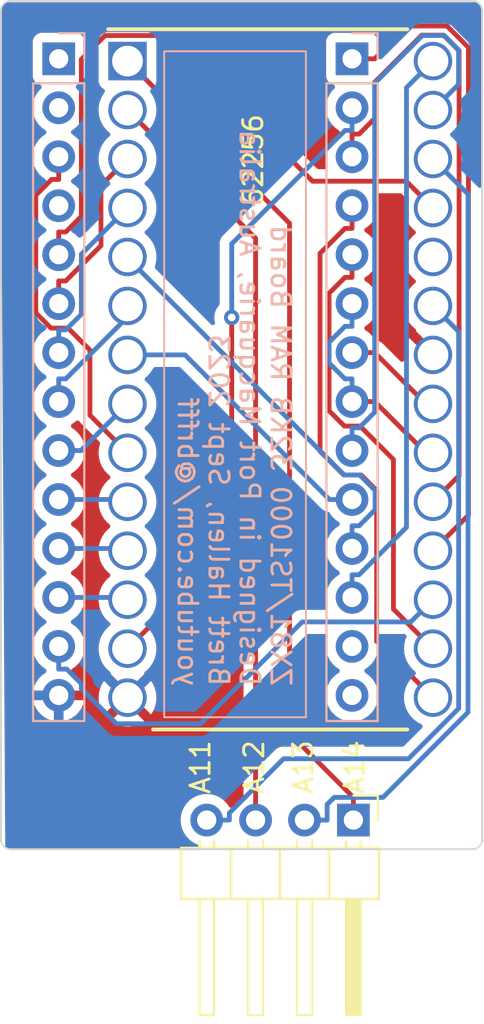
<source format=kicad_pcb>
(kicad_pcb (version 20221018) (generator pcbnew)
  (layers (0 "F.Cu" signal) (31 "B.Cu" signal) (34 "B.Paste" user) (35 "F.Paste" user) (36 "B.SilkS" user "B.Silkscreen") (37 "F.SilkS" user "F.Silkscreen") (38 "B.Mask" user) (39 "F.Mask" user) (44 "Edge.Cuts" user))
  (net 0 "")
  (net 1 "/A05")
  (net 2 "/A06")
  (net 3 "/A07")
  (net 4 "/A08")
  (net 5 "/A09")
  (net 6 "/A10")
  (net 7 "/A11")
  (net 8 "/A12")
  (net 9 "/A13")
  (net 10 "/A14")
  (net 11 "/D0")
  (net 12 "/D1")
  (net 13 "/D2")
  (net 14 "/GND")
  (net 15 "/D3")
  (net 16 "/D4")
  (net 17 "/D5")
  (net 18 "/D6")
  (net 19 "/D7")
  (net 20 "/~{RAMCS}")
  (net 21 "/A00")
  (net 22 "/A01")
  (net 23 "/A02")
  (net 24 "/A03")
  (net 25 "/A04")
  (net 26 "/~{WR}")
  (net 27 "/+5V")
  (footprint "CluelessEngineer:DIP1587W140P254L3632H381Q28N" (layer "F.Cu") (at 155.509 71.628)
    (fp_text reference "IC1" hide)
    (fp_text value "CY62256NLL-55SNXI" hide)
    (fp_line (start -8.934 -18.161) (end 6.604 -18.161) (stroke (width 0.2)) (layer "F.SilkS"))
    (fp_line (start -6.604 18.161) (end 6.604 18.161) (stroke (width 0.2)) (layer "F.SilkS"))
    (pad "1" thru_hole rect (at -7.935 -16.51) (size 1.997 1.997) (drill 1.597) (layers "*.Cu" "*.Mask") (net 10 "/A14"))
    (pad "2" thru_hole circle (at -7.935 -13.97) (size 1.997 1.997) (drill 1.597) (layers "*.Cu" "*.Mask") (net 8 "/A12"))
    (pad "3" thru_hole circle (at -7.935 -11.43) (size 1.997 1.997) (drill 1.597) (layers "*.Cu" "*.Mask") (net 3 "/A07"))
    (pad "4" thru_hole circle (at -7.935 -8.89) (size 1.997 1.997) (drill 1.597) (layers "*.Cu" "*.Mask") (net 2 "/A06"))
    (pad "5" thru_hole circle (at -7.935 -6.35) (size 1.997 1.997) (drill 1.597) (layers "*.Cu" "*.Mask") (net 1 "/A05"))
    (pad "6" thru_hole circle (at -7.935 -3.81) (size 1.997 1.997) (drill 1.597) (layers "*.Cu" "*.Mask") (net 25 "/A04"))
    (pad "7" thru_hole circle (at -7.935 -1.27) (size 1.997 1.997) (drill 1.597) (layers "*.Cu" "*.Mask") (net 24 "/A03"))
    (pad "8" thru_hole circle (at -7.935 1.27) (size 1.997 1.997) (drill 1.597) (layers "*.Cu" "*.Mask") (net 23 "/A02"))
    (pad "9" thru_hole circle (at -7.935 3.81) (size 1.997 1.997) (drill 1.597) (layers "*.Cu" "*.Mask") (net 22 "/A01"))
    (pad "10" thru_hole circle (at -7.935 6.35) (size 1.997 1.997) (drill 1.597) (layers "*.Cu" "*.Mask") (net 21 "/A00"))
    (pad "11" thru_hole circle (at -7.935 8.89) (size 1.997 1.997) (drill 1.597) (layers "*.Cu" "*.Mask") (net 11 "/D0"))
    (pad "12" thru_hole circle (at -7.935 11.43) (size 1.997 1.997) (drill 1.597) (layers "*.Cu" "*.Mask") (net 12 "/D1"))
    (pad "13" thru_hole circle (at -7.935 13.97) (size 1.997 1.997) (drill 1.597) (layers "*.Cu" "*.Mask") (net 13 "/D2"))
    (pad "14" thru_hole circle (at -7.935 16.51) (size 1.997 1.997) (drill 1.597) (layers "*.Cu" "*.Mask") (net 14 "/GND"))
    (pad "15" thru_hole circle (at 7.935 16.51) (size 1.997 1.997) (drill 1.597) (layers "*.Cu" "*.Mask") (net 15 "/D3"))
    (pad "16" thru_hole circle (at 7.935 13.97) (size 1.997 1.997) (drill 1.597) (layers "*.Cu" "*.Mask") (net 16 "/D4"))
    (pad "17" thru_hole circle (at 7.935 11.43) (size 1.997 1.997) (drill 1.597) (layers "*.Cu" "*.Mask") (net 17 "/D5"))
    (pad "18" thru_hole circle (at 7.935 8.89) (size 1.997 1.997) (drill 1.597) (layers "*.Cu" "*.Mask") (net 18 "/D6"))
    (pad "19" thru_hole circle (at 7.935 6.35) (size 1.997 1.997) (drill 1.597) (layers "*.Cu" "*.Mask") (net 19 "/D7"))
    (pad "20" thru_hole circle (at 7.935 3.81) (size 1.997 1.997) (drill 1.597) (layers "*.Cu" "*.Mask") (net 20 "/~{RAMCS}"))
    (pad "21" thru_hole circle (at 7.935 1.27) (size 1.997 1.997) (drill 1.597) (layers "*.Cu" "*.Mask") (net 6 "/A10"))
    (pad "22" thru_hole circle (at 7.935 -1.27) (size 1.997 1.997) (drill 1.597) (layers "*.Cu" "*.Mask") (net 14 "/GND"))
    (pad "23" thru_hole circle (at 7.935 -3.81) (size 1.997 1.997) (drill 1.597) (layers "*.Cu" "*.Mask") (net 7 "/A11"))
    (pad "24" thru_hole circle (at 7.935 -6.35) (size 1.997 1.997) (drill 1.597) (layers "*.Cu" "*.Mask") (net 5 "/A09"))
    (pad "25" thru_hole circle (at 7.935 -8.89) (size 1.997 1.997) (drill 1.597) (layers "*.Cu" "*.Mask") (net 4 "/A08"))
    (pad "26" thru_hole circle (at 7.935 -11.43) (size 1.997 1.997) (drill 1.597) (layers "*.Cu" "*.Mask") (net 9 "/A13"))
    (pad "27" thru_hole circle (at 7.935 -13.97) (size 1.997 1.997) (drill 1.597) (layers "*.Cu" "*.Mask") (net 26 "/~{WR}"))
    (pad "28" thru_hole circle (at 7.935 -16.51) (size 1.997 1.997) (drill 1.597) (layers "*.Cu" "*.Mask") (net 27 "/+5V"))
  )
  (footprint "Connector_PinHeader_2.54mm:PinHeader_1x04_P2.54mm_Horizontal" (layer "F.Cu") (at 159.309 94.488 -90)
    (fp_text reference "J3" hide)
    (fp_text value "Conn_01x04_Pin" hide)
    (fp_line (start -1.27 -1.27) (end 0 -1.27) (stroke (width 0.12)) (layer "F.SilkS"))
    (fp_line (start -1.27 0) (end -1.27 -1.27) (stroke (width 0.12)) (layer "F.SilkS"))
    (fp_line (start 1.042929 2.16) (end 1.44 2.16) (stroke (width 0.12)) (layer "F.SilkS"))
    (fp_line (start 1.042929 2.92) (end 1.44 2.92) (stroke (width 0.12)) (layer "F.SilkS"))
    (fp_line (start 1.042929 4.7) (end 1.44 4.7) (stroke (width 0.12)) (layer "F.SilkS"))
    (fp_line (start 1.042929 5.46) (end 1.44 5.46) (stroke (width 0.12)) (layer "F.SilkS"))
    (fp_line (start 1.042929 7.24) (end 1.44 7.24) (stroke (width 0.12)) (layer "F.SilkS"))
    (fp_line (start 1.042929 8) (end 1.44 8) (stroke (width 0.12)) (layer "F.SilkS"))
    (fp_line (start 1.11 -0.38) (end 1.44 -0.38) (stroke (width 0.12)) (layer "F.SilkS"))
    (fp_line (start 1.11 0.38) (end 1.44 0.38) (stroke (width 0.12)) (layer "F.SilkS"))
    (fp_line (start 1.44 -1.33) (end 1.44 8.95) (stroke (width 0.12)) (layer "F.SilkS"))
    (fp_line (start 1.44 1.27) (end 4.1 1.27) (stroke (width 0.12)) (layer "F.SilkS"))
    (fp_line (start 1.44 3.81) (end 4.1 3.81) (stroke (width 0.12)) (layer "F.SilkS"))
    (fp_line (start 1.44 6.35) (end 4.1 6.35) (stroke (width 0.12)) (layer "F.SilkS"))
    (fp_line (start 1.44 8.95) (end 4.1 8.95) (stroke (width 0.12)) (layer "F.SilkS"))
    (fp_line (start 4.1 -1.33) (end 1.44 -1.33) (stroke (width 0.12)) (layer "F.SilkS"))
    (fp_line (start 4.1 -0.38) (end 10.1 -0.38) (stroke (width 0.12)) (layer "F.SilkS"))
    (fp_line (start 4.1 -0.32) (end 10.1 -0.32) (stroke (width 0.12)) (layer "F.SilkS"))
    (fp_line (start 4.1 -0.2) (end 10.1 -0.2) (stroke (width 0.12)) (layer "F.SilkS"))
    (fp_line (start 4.1 -0.08) (end 10.1 -0.08) (stroke (width 0.12)) (layer "F.SilkS"))
    (fp_line (start 4.1 0.04) (end 10.1 0.04) (stroke (width 0.12)) (layer "F.SilkS"))
    (fp_line (start 4.1 0.16) (end 10.1 0.16) (stroke (width 0.12)) (layer "F.SilkS"))
    (fp_line (start 4.1 0.28) (end 10.1 0.28) (stroke (width 0.12)) (layer "F.SilkS"))
    (fp_line (start 4.1 2.16) (end 10.1 2.16) (stroke (width 0.12)) (layer "F.SilkS"))
    (fp_line (start 4.1 4.7) (end 10.1 4.7) (stroke (width 0.12)) (layer "F.SilkS"))
    (fp_line (start 4.1 7.24) (end 10.1 7.24) (stroke (width 0.12)) (layer "F.SilkS"))
    (fp_line (start 4.1 8.95) (end 4.1 -1.33) (stroke (width 0.12)) (layer "F.SilkS"))
    (fp_line (start 10.1 -0.38) (end 10.1 0.38) (stroke (width 0.12)) (layer "F.SilkS"))
    (fp_line (start 10.1 0.38) (end 4.1 0.38) (stroke (width 0.12)) (layer "F.SilkS"))
    (fp_line (start 10.1 2.16) (end 10.1 2.92) (stroke (width 0.12)) (layer "F.SilkS"))
    (fp_line (start 10.1 2.92) (end 4.1 2.92) (stroke (width 0.12)) (layer "F.SilkS"))
    (fp_line (start 10.1 4.7) (end 10.1 5.46) (stroke (width 0.12)) (layer "F.SilkS"))
    (fp_line (start 10.1 5.46) (end 4.1 5.46) (stroke (width 0.12)) (layer "F.SilkS"))
    (fp_line (start 10.1 7.24) (end 10.1 8) (stroke (width 0.12)) (layer "F.SilkS"))
    (fp_line (start 10.1 8) (end 4.1 8) (stroke (width 0.12)) (layer "F.SilkS"))
    (pad "1" thru_hole rect (at 0 0 270) (size 1.7 1.7) (drill 1) (layers "*.Cu" "*.Mask") (net 10 "/A14"))
    (pad "2" thru_hole oval (at 0 2.54 270) (size 1.7 1.7) (drill 1) (layers "*.Cu" "*.Mask") (net 9 "/A13"))
    (pad "3" thru_hole oval (at 0 5.08 270) (size 1.7 1.7) (drill 1) (layers "*.Cu" "*.Mask") (net 8 "/A12"))
    (pad "4" thru_hole oval (at 0 7.62 270) (size 1.7 1.7) (drill 1) (layers "*.Cu" "*.Mask") (net 7 "/A11"))
  )
  (footprint "Connector_PinHeader_2.54mm:PinHeader_1x14_P2.54mm_Vertical" (layer "B.Cu") (at 144 55 180)
    (fp_text reference "J1" hide)
    (fp_text value "Conn_01x14_Pin" hide)
    (fp_line (start -1.33 -34.35) (end 1.33 -34.35) (stroke (width 0.12)) (layer "B.SilkS"))
    (fp_line (start -1.33 -1.27) (end -1.33 -34.35) (stroke (width 0.12)) (layer "B.SilkS"))
    (fp_line (start -1.33 -1.27) (end 1.33 -1.27) (stroke (width 0.12)) (layer "B.SilkS"))
    (fp_line (start -1.33 0) (end -1.33 1.33) (stroke (width 0.12)) (layer "B.SilkS"))
    (fp_line (start -1.33 1.33) (end 0 1.33) (stroke (width 0.12)) (layer "B.SilkS"))
    (fp_line (start 1.33 -1.27) (end 1.33 -34.35) (stroke (width 0.12)) (layer "B.SilkS"))
    (pad "1" thru_hole rect (at 0 0 180) (size 1.7 1.7) (drill 1) (layers "*.Cu" "*.Mask"))
    (pad "2" thru_hole oval (at 0 -2.54 180) (size 1.7 1.7) (drill 1) (layers "*.Cu" "*.Mask"))
    (pad "3" thru_hole oval (at 0 -5.08 180) (size 1.7 1.7) (drill 1) (layers "*.Cu" "*.Mask") (net 22 "/A01"))
    (pad "4" thru_hole oval (at 0 -7.62 180) (size 1.7 1.7) (drill 1) (layers "*.Cu" "*.Mask") (net 5 "/A09"))
    (pad "5" thru_hole oval (at 0 -10.16 180) (size 1.7 1.7) (drill 1) (layers "*.Cu" "*.Mask") (net 4 "/A08"))
    (pad "6" thru_hole oval (at 0 -12.7 180) (size 1.7 1.7) (drill 1) (layers "*.Cu" "*.Mask") (net 3 "/A07"))
    (pad "7" thru_hole oval (at 0 -15.24 180) (size 1.7 1.7) (drill 1) (layers "*.Cu" "*.Mask") (net 2 "/A06"))
    (pad "8" thru_hole oval (at 0 -17.78 180) (size 1.7 1.7) (drill 1) (layers "*.Cu" "*.Mask") (net 25 "/A04"))
    (pad "9" thru_hole oval (at 0 -20.32 180) (size 1.7 1.7) (drill 1) (layers "*.Cu" "*.Mask") (net 23 "/A02"))
    (pad "10" thru_hole oval (at 0 -22.86 180) (size 1.7 1.7) (drill 1) (layers "*.Cu" "*.Mask") (net 21 "/A00"))
    (pad "11" thru_hole oval (at 0 -25.4 180) (size 1.7 1.7) (drill 1) (layers "*.Cu" "*.Mask") (net 11 "/D0"))
    (pad "12" thru_hole oval (at 0 -27.94 180) (size 1.7 1.7) (drill 1) (layers "*.Cu" "*.Mask") (net 12 "/D1"))
    (pad "13" thru_hole oval (at 0 -30.48 180) (size 1.7 1.7) (drill 1) (layers "*.Cu" "*.Mask") (net 17 "/D5"))
    (pad "14" thru_hole oval (at 0 -33.02 180) (size 1.7 1.7) (drill 1) (layers "*.Cu" "*.Mask") (net 14 "/GND"))
  )
  (footprint "Connector_PinHeader_2.54mm:PinHeader_1x14_P2.54mm_Vertical" (layer "B.Cu") (at 159.24 55 180)
    (fp_text reference "J2" hide)
    (fp_text value "Conn_01x14_Pin" hide)
    (fp_line (start -1.33 -34.35) (end 1.33 -34.35) (stroke (width 0.12)) (layer "B.SilkS"))
    (fp_line (start -1.33 -1.27) (end -1.33 -34.35) (stroke (width 0.12)) (layer "B.SilkS"))
    (fp_line (start -1.33 -1.27) (end 1.33 -1.27) (stroke (width 0.12)) (layer "B.SilkS"))
    (fp_line (start -1.33 0) (end -1.33 1.33) (stroke (width 0.12)) (layer "B.SilkS"))
    (fp_line (start -1.33 1.33) (end 0 1.33) (stroke (width 0.12)) (layer "B.SilkS"))
    (fp_line (start 1.33 -1.27) (end 1.33 -34.35) (stroke (width 0.12)) (layer "B.SilkS"))
    (pad "1" thru_hole rect (at 0 0 180) (size 1.7 1.7) (drill 1) (layers "*.Cu" "*.Mask") (net 18 "/D6"))
    (pad "2" thru_hole oval (at 0 -2.54 180) (size 1.7 1.7) (drill 1) (layers "*.Cu" "*.Mask") (net 13 "/D2"))
    (pad "3" thru_hole oval (at 0 -5.08 180) (size 1.7 1.7) (drill 1) (layers "*.Cu" "*.Mask") (net 19 "/D7"))
    (pad "4" thru_hole oval (at 0 -7.62 180) (size 1.7 1.7) (drill 1) (layers "*.Cu" "*.Mask") (net 15 "/D3"))
    (pad "5" thru_hole oval (at 0 -10.16 180) (size 1.7 1.7) (drill 1) (layers "*.Cu" "*.Mask") (net 16 "/D4"))
    (pad "6" thru_hole oval (at 0 -12.7 180) (size 1.7 1.7) (drill 1) (layers "*.Cu" "*.Mask") (net 20 "/~{RAMCS}"))
    (pad "7" thru_hole oval (at 0 -15.24 180) (size 1.7 1.7) (drill 1) (layers "*.Cu" "*.Mask") (net 6 "/A10"))
    (pad "8" thru_hole oval (at 0 -17.78 180) (size 1.7 1.7) (drill 1) (layers "*.Cu" "*.Mask") (net 20 "/~{RAMCS}"))
    (pad "9" thru_hole oval (at 0 -20.32 180) (size 1.7 1.7) (drill 1) (layers "*.Cu" "*.Mask") (net 26 "/~{WR}"))
    (pad "10" thru_hole oval (at 0 -22.86 180) (size 1.7 1.7) (drill 1) (layers "*.Cu" "*.Mask") (net 24 "/A03"))
    (pad "11" thru_hole oval (at 0 -25.4 180) (size 1.7 1.7) (drill 1) (layers "*.Cu" "*.Mask") (net 1 "/A05"))
    (pad "12" thru_hole oval (at 0 -27.94 180) (size 1.7 1.7) (drill 1) (layers "*.Cu" "*.Mask") (net 27 "/+5V"))
    (pad "13" thru_hole oval (at 0 -30.48 180) (size 1.7 1.7) (drill 1) (layers "*.Cu" "*.Mask"))
    (pad "14" thru_hole oval (at 0 -33.02 180) (size 1.7 1.7) (drill 1) (layers "*.Cu" "*.Mask"))
  )
  (gr_line (start 165.5 96) (end 141.5 96) (stroke (width 0.1)) (layer "Edge.Cuts"))
  (gr_arc (start 165.5 52) (mid 165.853553 52.146447) (end 166 52.5) (stroke (width 0.1)) (layer "Edge.Cuts"))
  (gr_line (start 141.5 52) (end 165.5 52) (stroke (width 0.1)) (layer "Edge.Cuts"))
  (gr_arc (start 141.5 96) (mid 141.146447 95.853553) (end 141 95.5) (stroke (width 0.1)) (layer "Edge.Cuts"))
  (gr_line (start 141 95.5) (end 141 52.5) (stroke (width 0.1)) (layer "Edge.Cuts"))
  (gr_arc (start 141 52.5) (mid 141.146447 52.146447) (end 141.5 52) (stroke (width 0.1)) (layer "Edge.Cuts"))
  (gr_line (start 166 52.5) (end 166 95.5) (stroke (width 0.1)) (layer "Edge.Cuts"))
  (gr_arc (start 166 95.5) (mid 165.853553 95.853553) (end 165.5 96) (stroke (width 0.1)) (layer "Edge.Cuts"))
  (gr_text "ZX81/TS1000 32KB RAM Board\nDesigned in Port Macquarie, Australia\nBrett Hallen, Sept 2023\nyoutube.com/@brfff" (at 150.114 87.63 -90) (layer "B.SilkS") (effects (font (size 1 1)) (justify left bottom mirror)))
  (gr_text "A13" (at 157.277 93.218 90) (layer "F.SilkS") (effects (font (size 1 1)) (justify left bottom)))
  (gr_text "62256" (at 154.686 62.738 90) (layer "F.SilkS") (effects (font (size 1 1)) (justify left bottom)))
  (gr_text "A11" (at 151.943 93.218 90) (layer "F.SilkS") (effects (font (size 1 1)) (justify left bottom)))
  (gr_text "A14" (at 159.944 93.218 90) (layer "F.SilkS") (effects (font (size 1 1)) (justify left bottom)))
  (gr_text "A12" (at 154.737 93.218 90) (layer "F.SilkS") (effects (font (size 1 1)) (justify left bottom)))
  (gr_text_box "" (start 149.479 54.61) (end 156.845 89.154) (layer "B.SilkS") (effects (font (size 1 1)) (justify left top mirror)) (stroke (width 0.1)))
  (segment (start 160.4363 78.3946) (end 160.4363 77.3879) (width 0.25) (layer "B.Cu") (net 1))
  (segment (start 159.24 79.2231) (end 159.6078 79.2231) (width 0.25) (layer "B.Cu") (net 1))
  (segment (start 159.6384 76.59) (end 158.8353 76.59) (width 0.25) (layer "B.Cu") (net 1))
  (segment (start 159.6078 79.2231) (end 160.4363 78.3946) (width 0.25) (layer "B.Cu") (net 1))
  (segment (start 159.24 80.4) (end 159.24 79.2231) (width 0.25) (layer "B.Cu") (net 1))
  (segment (start 147.574 65.3287) (end 147.574 65.278) (width 0.25) (layer "B.Cu") (net 1))
  (segment (start 158.8353 76.59) (end 147.574 65.3287) (width 0.25) (layer "B.Cu") (net 1))
  (segment (start 160.4363 77.3879) (end 159.6384 76.59) (width 0.25) (layer "B.Cu") (net 1))
  (segment (start 144 69.0631) (end 144.3679 69.0631) (width 0.25) (layer "B.Cu") (net 2))
  (segment (start 144.3679 69.0631) (end 145.1769 68.2541) (width 0.25) (layer "B.Cu") (net 2))
  (segment (start 144 70.24) (end 144 69.0631) (width 0.25) (layer "B.Cu") (net 2))
  (segment (start 145.1769 65.1351) (end 147.574 62.738) (width 0.25) (layer "B.Cu") (net 2))
  (segment (start 145.1769 68.2541) (end 145.1769 65.1351) (width 0.25) (layer "B.Cu") (net 2))
  (segment (start 144.3658 66.5231) (end 146.1959 64.693) (width 0.25) (layer "F.Cu") (net 3))
  (segment (start 144 66.5231) (end 144.3658 66.5231) (width 0.25) (layer "F.Cu") (net 3))
  (segment (start 146.1959 61.5761) (end 147.574 60.198) (width 0.25) (layer "F.Cu") (net 3))
  (segment (start 146.1959 64.693) (end 146.1959 61.5761) (width 0.25) (layer "F.Cu") (net 3))
  (segment (start 144 67.7) (end 144 66.5231) (width 0.25) (layer "F.Cu") (net 3))
  (segment (start 157.1852 61.35) (end 162.056 61.35) (width 0.25) (layer "F.Cu") (net 4))
  (segment (start 144.3679 63.9831) (end 145.1769 63.1741) (width 0.25) (layer "F.Cu") (net 4))
  (segment (start 145.1769 55.0261) (end 146.4104 53.7926) (width 0.25) (layer "F.Cu") (net 4))
  (segment (start 145.1769 63.1741) (end 145.1769 55.0261) (width 0.25) (layer "F.Cu") (net 4))
  (segment (start 146.4104 53.7926) (end 149.6278 53.7926) (width 0.25) (layer "F.Cu") (net 4))
  (segment (start 162.056 61.35) (end 163.444 62.738) (width 0.25) (layer "F.Cu") (net 4))
  (segment (start 149.6278 53.7926) (end 157.1852 61.35) (width 0.25) (layer "F.Cu") (net 4))
  (segment (start 144 63.9831) (end 144.3679 63.9831) (width 0.25) (layer "F.Cu") (net 4))
  (segment (start 144 65.16) (end 144 63.9831) (width 0.25) (layer "F.Cu") (net 4))
  (segment (start 163.0749 72.898) (end 163.444 72.898) (width 0.25) (layer "F.Cu") (net 6))
  (segment (start 160.4169 70.24) (end 163.0749 72.898) (width 0.25) (layer "F.Cu") (net 6))
  (segment (start 159.24 70.24) (end 160.4169 70.24) (width 0.25) (layer "F.Cu") (net 6))
  (segment (start 164.7782 69.1522) (end 164.7782 88.699) (width 0.25) (layer "B.Cu") (net 7))
  (segment (start 155.6804 91.3077) (end 152.8659 94.1222) (width 0.25) (layer "B.Cu") (net 7))
  (segment (start 164.7782 88.699) (end 162.1695 91.3077) (width 0.25) (layer "B.Cu") (net 7))
  (segment (start 162.1695 91.3077) (end 155.6804 91.3077) (width 0.25) (layer "B.Cu") (net 7))
  (segment (start 152.8659 94.1222) (end 152.8659 94.488) (width 0.25) (layer "B.Cu") (net 7))
  (segment (start 163.444 67.818) (end 164.7782 69.1522) (width 0.25) (layer "B.Cu") (net 7))
  (segment (start 151.689 94.488) (end 152.8659 94.488) (width 0.25) (layer "B.Cu") (net 7))
  (segment (start 154.229 93.3111) (end 154.229 64.313) (width 0.25) (layer "F.Cu") (net 8))
  (segment (start 154.229 94.488) (end 154.229 93.3111) (width 0.25) (layer "F.Cu") (net 8))
  (segment (start 154.229 64.313) (end 147.574 57.658) (width 0.25) (layer "F.Cu") (net 8))
  (segment (start 165.2669 88.8912) (end 165.2669 62.0209) (width 0.25) (layer "B.Cu") (net 9))
  (segment (start 157.9459 93.6788) (end 158.3136 93.3111) (width 0.25) (layer "B.Cu") (net 9))
  (segment (start 157.9459 94.488) (end 157.9459 93.6788) (width 0.25) (layer "B.Cu") (net 9))
  (segment (start 158.3136 93.3111) (end 160.847 93.3111) (width 0.25) (layer "B.Cu") (net 9))
  (segment (start 165.2669 62.0209) (end 163.444 60.198) (width 0.25) (layer "B.Cu") (net 9))
  (segment (start 156.769 94.488) (end 157.9459 94.488) (width 0.25) (layer "B.Cu") (net 9))
  (segment (start 160.847 93.3111) (end 165.2669 88.8912) (width 0.25) (layer "B.Cu") (net 9))
  (segment (start 155.993 63.537) (end 147.574 55.118) (width 0.25) (layer "F.Cu") (net 10))
  (segment (start 159.309 94.488) (end 159.309 93.3111) (width 0.25) (layer "F.Cu") (net 10))
  (segment (start 155.993 89.9951) (end 155.993 63.537) (width 0.25) (layer "F.Cu") (net 10))
  (segment (start 159.309 93.3111) (end 155.993 89.9951) (width 0.25) (layer "F.Cu") (net 10))
  (segment (start 147.456 80.4) (end 147.574 80.518) (width 0.25) (layer "B.Cu") (net 11))
  (segment (start 144 80.4) (end 147.456 80.4) (width 0.25) (layer "B.Cu") (net 11))
  (segment (start 147.456 82.94) (end 147.574 83.058) (width 0.25) (layer "B.Cu") (net 12))
  (segment (start 144 82.94) (end 147.456 82.94) (width 0.25) (layer "B.Cu") (net 12))
  (segment (start 152.9884 68.4166) (end 152.9884 80.1836) (width 0.25) (layer "F.Cu") (net 13))
  (segment (start 152.9884 80.1836) (end 147.574 85.598) (width 0.25) (layer "F.Cu") (net 13))
  (via (at 152.9884 68.4166) (size 0.8) (drill 0.4) (layers "F.Cu" "B.Cu") (net 13))
  (segment (start 159.24 58.7169) (end 158.8722 58.7169) (width 0.25) (layer "B.Cu") (net 13))
  (segment (start 152.9884 64.6007) (end 152.9884 68.4166) (width 0.25) (layer "B.Cu") (net 13))
  (segment (start 158.8722 58.7169) (end 152.9884 64.6007) (width 0.25) (layer "B.Cu") (net 13))
  (segment (start 159.24 57.54) (end 159.24 58.7169) (width 0.25) (layer "B.Cu") (net 13))
  (segment (start 157.5773 65.0918) (end 157.5773 75.3549) (width 0.25) (layer "F.Cu") (net 15))
  (segment (start 160.5185 85.2125) (end 163.444 88.138) (width 0.25) (layer "F.Cu") (net 15))
  (segment (start 160.5185 77.3944) (end 160.5185 85.2125) (width 0.25) (layer "F.Cu") (net 15))
  (segment (start 159.7141 76.59) (end 160.5185 77.3944) (width 0.25) (layer "F.Cu") (net 15))
  (segment (start 158.8124 76.59) (end 159.7141 76.59) (width 0.25) (layer "F.Cu") (net 15))
  (segment (start 157.5773 75.3549) (end 158.8124 76.59) (width 0.25) (layer "F.Cu") (net 15))
  (segment (start 159.24 63.7969) (end 158.8722 63.7969) (width 0.25) (layer "F.Cu") (net 15))
  (segment (start 159.24 62.62) (end 159.24 63.7969) (width 0.25) (layer "F.Cu") (net 15))
  (segment (start 158.8722 63.7969) (end 157.5773 65.0918) (width 0.25) (layer "F.Cu") (net 15))
  (segment (start 158.0462 73.2582) (end 158.0462 67.1629) (width 0.25) (layer "F.Cu") (net 16))
  (segment (start 158.8722 66.3369) (end 159.24 66.3369) (width 0.25) (layer "F.Cu") (net 16))
  (segment (start 159.6558 74.05) (end 158.838 74.05) (width 0.25) (layer "F.Cu") (net 16))
  (segment (start 161.3905 75.7847) (end 159.6558 74.05) (width 0.25) (layer "F.Cu") (net 16))
  (segment (start 159.24 65.16) (end 159.24 66.3369) (width 0.25) (layer "F.Cu") (net 16))
  (segment (start 158.0462 67.1629) (end 158.8722 66.3369) (width 0.25) (layer "F.Cu") (net 16))
  (segment (start 158.838 74.05) (end 158.0462 73.2582) (width 0.25) (layer "F.Cu") (net 16))
  (segment (start 163.444 85.598) (end 161.3905 83.5445) (width 0.25) (layer "F.Cu") (net 16))
  (segment (start 161.3905 83.5445) (end 161.3905 75.7847) (width 0.25) (layer "F.Cu") (net 16))
  (segment (start 147.0018 89.4927) (end 151.3658 89.4927) (width 0.25) (layer "B.Cu") (net 17))
  (segment (start 145.1769 87.415) (end 145.1769 87.6678) (width 0.25) (layer "B.Cu") (net 17))
  (segment (start 144.4188 86.6569) (end 145.1769 87.415) (width 0.25) (layer "B.Cu") (net 17))
  (segment (start 144 86.6569) (end 144.4188 86.6569) (width 0.25) (layer "B.Cu") (net 17))
  (segment (start 145.1769 87.6678) (end 147.0018 89.4927) (width 0.25) (layer "B.Cu") (net 17))
  (segment (start 144 85.48) (end 144 86.6569) (width 0.25) (layer "B.Cu") (net 17))
  (segment (start 162.292 84.21) (end 163.444 83.058) (width 0.25) (layer "B.Cu") (net 17))
  (segment (start 156.6485 84.21) (end 162.292 84.21) (width 0.25) (layer "B.Cu") (net 17))
  (segment (start 151.3658 89.4927) (end 156.6485 84.21) (width 0.25) (layer "B.Cu") (net 17))
  (segment (start 165.2877 54.4127) (end 164.1747 53.2997) (width 0.25) (layer "F.Cu") (net 18))
  (segment (start 165.2877 78.6743) (end 165.2877 54.4127) (width 0.25) (layer "F.Cu") (net 18))
  (segment (start 162.1172 53.2997) (end 160.4169 55) (width 0.25) (layer "F.Cu") (net 18))
  (segment (start 163.444 80.518) (end 165.2877 78.6743) (width 0.25) (layer "F.Cu") (net 18))
  (segment (start 164.1747 53.2997) (end 162.1172 53.2997) (width 0.25) (layer "F.Cu") (net 18))
  (segment (start 159.24 55) (end 160.4169 55) (width 0.25) (layer "F.Cu") (net 18))
  (segment (start 160.4169 58.0941) (end 160.4169 56.2155) (width 0.25) (layer "F.Cu") (net 19))
  (segment (start 162.8597 53.7727) (end 163.9899 53.7727) (width 0.25) (layer "F.Cu") (net 19))
  (segment (start 159.24 58.9031) (end 159.6079 58.9031) (width 0.25) (layer "F.Cu") (net 19))
  (segment (start 159.24 60.08) (end 159.24 58.9031) (width 0.25) (layer "F.Cu") (net 19))
  (segment (start 159.6079 58.9031) (end 160.4169 58.0941) (width 0.25) (layer "F.Cu") (net 19))
  (segment (start 164.8019 54.5847) (end 164.8019 76.6201) (width 0.25) (layer "F.Cu") (net 19))
  (segment (start 163.9899 53.7727) (end 164.8019 54.5847) (width 0.25) (layer "F.Cu") (net 19))
  (segment (start 164.8019 76.6201) (end 163.444 77.978) (width 0.25) (layer "F.Cu") (net 19))
  (segment (start 160.4169 56.2155) (end 162.8597 53.7727) (width 0.25) (layer "F.Cu") (net 19))
  (segment (start 160.4169 72.78) (end 163.0749 75.438) (width 0.25) (layer "F.Cu") (net 20))
  (segment (start 159.24 72.78) (end 160.4169 72.78) (width 0.25) (layer "F.Cu") (net 20))
  (segment (start 163.0749 75.438) (end 163.444 75.438) (width 0.25) (layer "F.Cu") (net 20))
  (segment (start 158.046 70.7769) (end 158.046 69.7051) (width 0.25) (layer "B.Cu") (net 20))
  (segment (start 159.24 71.6031) (end 158.8722 71.6031) (width 0.25) (layer "B.Cu") (net 20))
  (segment (start 158.046 69.7051) (end 158.8742 68.8769) (width 0.25) (layer "B.Cu") (net 20))
  (segment (start 158.8742 68.8769) (end 159.24 68.8769) (width 0.25) (layer "B.Cu") (net 20))
  (segment (start 159.24 67.7) (end 159.24 68.8769) (width 0.25) (layer "B.Cu") (net 20))
  (segment (start 159.24 72.78) (end 159.24 71.6031) (width 0.25) (layer "B.Cu") (net 20))
  (segment (start 158.8722 71.6031) (end 158.046 70.7769) (width 0.25) (layer "B.Cu") (net 20))
  (segment (start 147.456 77.86) (end 147.574 77.978) (width 0.25) (layer "B.Cu") (net 21))
  (segment (start 144 77.86) (end 147.456 77.86) (width 0.25) (layer "B.Cu") (net 21))
  (segment (start 144.4867 68.97) (end 145.623 70.1063) (width 0.25) (layer "F.Cu") (net 22))
  (segment (start 144 61.2569) (end 143.6322 61.2569) (width 0.25) (layer "F.Cu") (net 22))
  (segment (start 142.8085 62.0806) (end 142.8085 68.1772) (width 0.25) (layer "F.Cu") (net 22))
  (segment (start 142.8085 68.1772) (end 143.6013 68.97) (width 0.25) (layer "F.Cu") (net 22))
  (segment (start 143.6013 68.97) (end 144.4867 68.97) (width 0.25) (layer "F.Cu") (net 22))
  (segment (start 144 60.08) (end 144 61.2569) (width 0.25) (layer "F.Cu") (net 22))
  (segment (start 145.623 70.1063) (end 145.623 73.487) (width 0.25) (layer "F.Cu") (net 22))
  (segment (start 143.6322 61.2569) (end 142.8085 62.0806) (width 0.25) (layer "F.Cu") (net 22))
  (segment (start 145.623 73.487) (end 147.574 75.438) (width 0.25) (layer "F.Cu") (net 22))
  (segment (start 144 75.32) (end 145.1769 75.32) (width 0.25) (layer "B.Cu") (net 23))
  (segment (start 145.1769 75.2951) (end 147.574 72.898) (width 0.25) (layer "B.Cu") (net 23))
  (segment (start 145.1769 75.32) (end 145.1769 75.2951) (width 0.25) (layer "B.Cu") (net 23))
  (segment (start 159.24 77.86) (end 158.0631 77.86) (width 0.25) (layer "B.Cu") (net 24))
  (segment (start 150.5611 70.358) (end 147.574 70.358) (width 0.25) (layer "B.Cu") (net 24))
  (segment (start 158.0631 77.86) (end 150.5611 70.358) (width 0.25) (layer "B.Cu") (net 24))
  (segment (start 147.574 68.397) (end 147.574 67.818) (width 0.25) (layer "B.Cu") (net 25))
  (segment (start 144 72.78) (end 144 71.6031) (width 0.25) (layer "B.Cu") (net 25))
  (segment (start 144.3679 71.6031) (end 147.574 68.397) (width 0.25) (layer "B.Cu") (net 25))
  (segment (start 144 71.6031) (end 144.3679 71.6031) (width 0.25) (layer "B.Cu") (net 25))
  (segment (start 160.4169 56.2689) (end 162.8942 53.7916) (width 0.25) (layer "B.Cu") (net 26))
  (segment (start 164.7749 54.5304) (end 164.7749 56.3271) (width 0.25) (layer "B.Cu") (net 26))
  (segment (start 159.24 74.1431) (end 159.6079 74.1431) (width 0.25) (layer "B.Cu") (net 26))
  (segment (start 160.4169 73.3341) (end 160.4169 56.2689) (width 0.25) (layer "B.Cu") (net 26))
  (segment (start 164.7749 56.3271) (end 163.444 57.658) (width 0.25) (layer "B.Cu") (net 26))
  (segment (start 162.8942 53.7916) (end 164.0361 53.7916) (width 0.25) (layer "B.Cu") (net 26))
  (segment (start 164.0361 53.7916) (end 164.7749 54.5304) (width 0.25) (layer "B.Cu") (net 26))
  (segment (start 159.6079 74.1431) (end 160.4169 73.3341) (width 0.25) (layer "B.Cu") (net 26))
  (segment (start 159.24 75.32) (end 159.24 74.1431) (width 0.25) (layer "B.Cu") (net 26))
  (segment (start 159.24 81.7631) (end 159.6078 81.7631) (width 0.25) (layer "B.Cu") (net 27))
  (segment (start 159.6078 81.7631) (end 162.0686 79.3023) (width 0.25) (layer "B.Cu") (net 27))
  (segment (start 159.24 82.94) (end 159.24 81.7631) (width 0.25) (layer "B.Cu") (net 27))
  (segment (start 162.0686 79.3023) (end 162.0686 56.4934) (width 0.25) (layer "B.Cu") (net 27))
  (segment (start 162.0686 56.4934) (end 163.444 55.118) (width 0.25) (layer "B.Cu") (net 27))
  (zone (net 14) (net_name "/GND") (layers "F&B.Cu") (connect_pads (clearance 0.5)) (min_thickness 0.25) (fill yes (thermal_gap 0.5) (thermal_bridge_width 0.5))
    (polygon (pts (xy 140.97 52.07) (xy 166.116 52.07) (xy 166.116 96.012) (xy 141.224 96.012) (xy 140.97 52.07)))
  )
)
</source>
